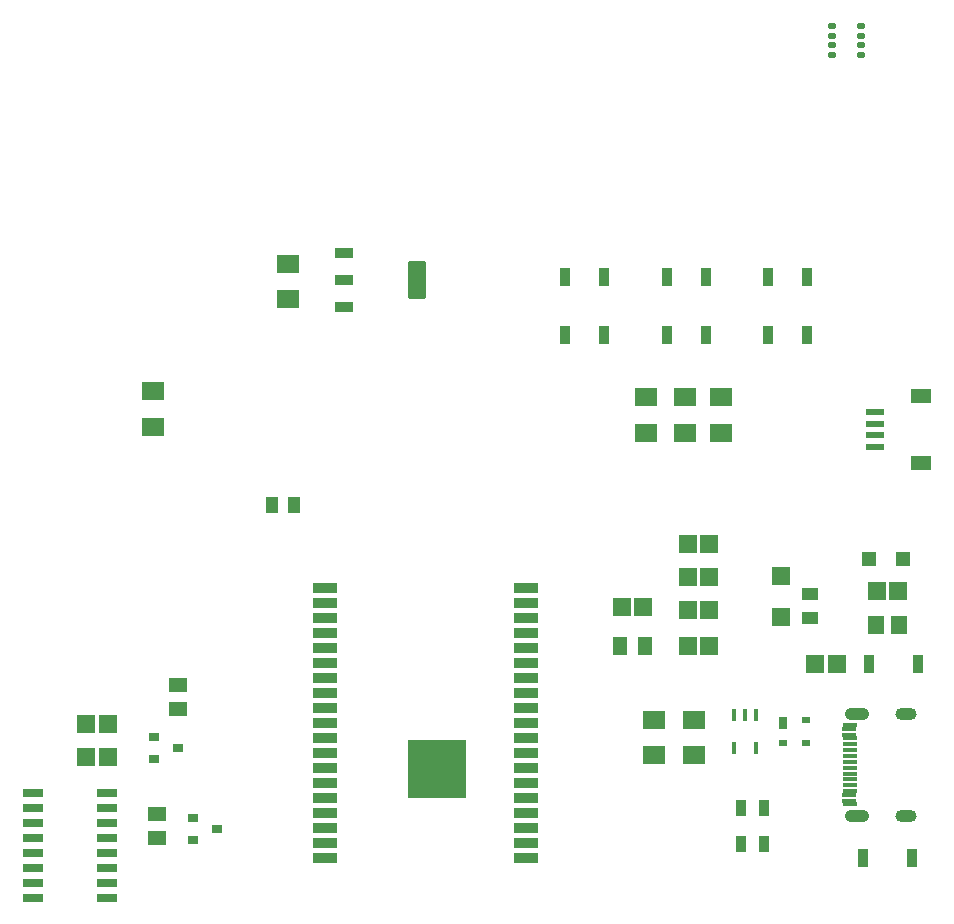
<source format=gbr>
%TF.GenerationSoftware,Altium Limited,Altium Designer,24.3.1 (35)*%
G04 Layer_Color=8421504*
%FSLAX45Y45*%
%MOMM*%
%TF.SameCoordinates,335D41A4-EFD6-4B0F-B868-2B534B1C8AB3*%
%TF.FilePolarity,Positive*%
%TF.FileFunction,Paste,Top*%
%TF.Part,Single*%
G01*
G75*
%TA.AperFunction,SMDPad,CuDef*%
%ADD10R,1.90620X1.50464*%
%ADD11R,0.95000X1.45000*%
%TA.AperFunction,ConnectorPad*%
%ADD12R,1.15000X0.30000*%
%TA.AperFunction,SMDPad,CuDef*%
G04:AMPARAMS|DCode=13|XSize=0.6858mm|YSize=0.5mm|CornerRadius=0.0625mm|HoleSize=0mm|Usage=FLASHONLY|Rotation=0.000|XOffset=0mm|YOffset=0mm|HoleType=Round|Shape=RoundedRectangle|*
%AMROUNDEDRECTD13*
21,1,0.68580,0.37500,0,0,0.0*
21,1,0.56080,0.50000,0,0,0.0*
1,1,0.12500,0.28040,-0.18750*
1,1,0.12500,-0.28040,-0.18750*
1,1,0.12500,-0.28040,0.18750*
1,1,0.12500,0.28040,0.18750*
%
%ADD13ROUNDEDRECTD13*%
G04:AMPARAMS|DCode=14|XSize=0.9mm|YSize=1.45mm|CornerRadius=0.0495mm|HoleSize=0mm|Usage=FLASHONLY|Rotation=90.000|XOffset=0mm|YOffset=0mm|HoleType=Round|Shape=RoundedRectangle|*
%AMROUNDEDRECTD14*
21,1,0.90000,1.35100,0,0,90.0*
21,1,0.80100,1.45000,0,0,90.0*
1,1,0.09900,0.67550,0.40050*
1,1,0.09900,0.67550,-0.40050*
1,1,0.09900,-0.67550,-0.40050*
1,1,0.09900,-0.67550,0.40050*
%
%ADD14ROUNDEDRECTD14*%
G04:AMPARAMS|DCode=15|XSize=3.15mm|YSize=1.45mm|CornerRadius=0.05075mm|HoleSize=0mm|Usage=FLASHONLY|Rotation=90.000|XOffset=0mm|YOffset=0mm|HoleType=Round|Shape=RoundedRectangle|*
%AMROUNDEDRECTD15*
21,1,3.15000,1.34850,0,0,90.0*
21,1,3.04850,1.45000,0,0,90.0*
1,1,0.10150,0.67425,1.52425*
1,1,0.10150,0.67425,-1.52425*
1,1,0.10150,-0.67425,-1.52425*
1,1,0.10150,-0.67425,1.52425*
%
%ADD15ROUNDEDRECTD15*%
%ADD16R,1.50000X1.55000*%
%ADD17R,1.50000X1.50000*%
%ADD18R,1.55000X1.55000*%
%ADD19R,1.25000X1.22000*%
%ADD20R,0.95000X1.50000*%
%ADD21R,0.90000X1.50000*%
%ADD22R,0.90000X0.80000*%
%ADD23R,1.35000X1.00000*%
%ADD24R,1.80000X0.64000*%
%ADD25R,1.40000X1.55000*%
%ADD26R,1.25000X1.55000*%
%ADD27R,1.55000X1.25000*%
%ADD28R,0.43180X1.13030*%
%ADD29R,1.05000X1.45000*%
%ADD30R,5.00000X5.00000*%
%ADD31R,2.00000X0.90000*%
%ADD32R,0.70000X1.00000*%
%ADD33R,0.70000X0.60000*%
%ADD34R,1.55000X0.60000*%
%ADD35R,1.80000X1.20000*%
%TA.AperFunction,OtherPad,Pad USB-C1-S2 (108.89mm,39.624mm)*%
G04:AMPARAMS|DCode=88|XSize=1mm|YSize=2.1mm|CornerRadius=0.5mm|HoleSize=0mm|Usage=FLASHONLY|Rotation=90.000|XOffset=0mm|YOffset=0mm|HoleType=Round|Shape=RoundedRectangle|*
%AMROUNDEDRECTD88*
21,1,1.00000,1.10000,0,0,90.0*
21,1,0.00000,2.10000,0,0,90.0*
1,1,1.00000,0.55000,0.00000*
1,1,1.00000,0.55000,0.00000*
1,1,1.00000,-0.55000,0.00000*
1,1,1.00000,-0.55000,0.00000*
%
%ADD88ROUNDEDRECTD88*%
%TA.AperFunction,OtherPad,Pad USB-C1-S2 (108.89mm,48.26mm)*%
G04:AMPARAMS|DCode=89|XSize=1mm|YSize=2.1mm|CornerRadius=0.5mm|HoleSize=0mm|Usage=FLASHONLY|Rotation=90.000|XOffset=0mm|YOffset=0mm|HoleType=Round|Shape=RoundedRectangle|*
%AMROUNDEDRECTD89*
21,1,1.00000,1.10000,0,0,90.0*
21,1,0.00000,2.10000,0,0,90.0*
1,1,1.00000,0.55000,0.00000*
1,1,1.00000,0.55000,0.00000*
1,1,1.00000,-0.55000,0.00000*
1,1,1.00000,-0.55000,0.00000*
%
%ADD89ROUNDEDRECTD89*%
%TA.AperFunction,OtherPad,Pad USB-C1-S1 (113.106mm,39.624mm)*%
G04:AMPARAMS|DCode=90|XSize=1mm|YSize=1.8mm|CornerRadius=0.5mm|HoleSize=0mm|Usage=FLASHONLY|Rotation=90.000|XOffset=0mm|YOffset=0mm|HoleType=Round|Shape=RoundedRectangle|*
%AMROUNDEDRECTD90*
21,1,1.00000,0.80000,0,0,90.0*
21,1,0.00000,1.80000,0,0,90.0*
1,1,1.00000,0.40000,0.00000*
1,1,1.00000,0.40000,0.00000*
1,1,1.00000,-0.40000,0.00000*
1,1,1.00000,-0.40000,0.00000*
%
%ADD90ROUNDEDRECTD90*%
%TA.AperFunction,OtherPad,Pad USB-C1-S1 (113.081mm,48.26mm)*%
G04:AMPARAMS|DCode=91|XSize=1mm|YSize=1.8mm|CornerRadius=0.5mm|HoleSize=0mm|Usage=FLASHONLY|Rotation=90.000|XOffset=0mm|YOffset=0mm|HoleType=Round|Shape=RoundedRectangle|*
%AMROUNDEDRECTD91*
21,1,1.00000,0.80000,0,0,90.0*
21,1,0.00000,1.80000,0,0,90.0*
1,1,1.00000,0.40000,0.00000*
1,1,1.00000,0.40000,0.00000*
1,1,1.00000,-0.40000,0.00000*
1,1,1.00000,-0.40000,0.00000*
%
%ADD91ROUNDEDRECTD91*%
D10*
X9436100Y7503378D02*
D03*
Y7203222D02*
D03*
X9740900Y7503378D02*
D03*
Y7203222D02*
D03*
X9105900D02*
D03*
Y7503378D02*
D03*
X6070600Y8333522D02*
D03*
Y8633678D02*
D03*
X9512300Y4472722D02*
D03*
Y4772878D02*
D03*
X9169400D02*
D03*
Y4472722D02*
D03*
X4927600Y7554178D02*
D03*
Y7254022D02*
D03*
D11*
X9910100Y4025900D02*
D03*
X10105100D02*
D03*
X9910100Y3721100D02*
D03*
X10105100D02*
D03*
D12*
X10825000Y4699200D02*
D03*
Y4089200D02*
D03*
X10834400Y4729200D02*
D03*
X10828000Y4649200D02*
D03*
X10834400Y4169200D02*
D03*
Y4059200D02*
D03*
X10828000Y4139200D02*
D03*
X10834400Y4219200D02*
D03*
Y4269200D02*
D03*
Y4319200D02*
D03*
Y4369200D02*
D03*
Y4419200D02*
D03*
Y4469200D02*
D03*
Y4519200D02*
D03*
Y4569200D02*
D03*
Y4619200D02*
D03*
D13*
X10922000Y10646400D02*
D03*
Y10566400D02*
D03*
Y10486400D02*
D03*
Y10406400D02*
D03*
X10682000Y10404400D02*
D03*
Y10486400D02*
D03*
Y10566400D02*
D03*
Y10646400D02*
D03*
D14*
X6550503Y8726302D02*
D03*
Y8496300D02*
D03*
Y8266298D02*
D03*
D15*
X7165503Y8496300D02*
D03*
D16*
X8901598Y5727700D02*
D03*
X9081602D02*
D03*
X10719902Y5245100D02*
D03*
X10539898D02*
D03*
X9640402Y6261100D02*
D03*
X9460398D02*
D03*
X9640402Y5981700D02*
D03*
X9460398D02*
D03*
X9640402Y5702300D02*
D03*
X9460398D02*
D03*
D17*
X10248900Y5641599D02*
D03*
Y5991601D02*
D03*
D18*
X11058098Y5867400D02*
D03*
X11243102D02*
D03*
X4550202Y4737100D02*
D03*
X4365198D02*
D03*
X4550202Y4457700D02*
D03*
X4365198D02*
D03*
X9642902Y5397500D02*
D03*
X9457898D02*
D03*
D19*
X10990402Y6134100D02*
D03*
X11285398D02*
D03*
D20*
X11408898Y5243998D02*
D03*
X10993902D02*
D03*
X11358098Y3605698D02*
D03*
X10943102D02*
D03*
D21*
X8420200Y8035400D02*
D03*
X8750200D02*
D03*
Y8525400D02*
D03*
X8420200D02*
D03*
X9283800Y8035400D02*
D03*
X9613800D02*
D03*
Y8525400D02*
D03*
X9283800D02*
D03*
X10134700Y8035400D02*
D03*
X10464700D02*
D03*
Y8525400D02*
D03*
X10134700D02*
D03*
D22*
X4941900Y4628901D02*
D03*
Y4438899D02*
D03*
X5141900Y4533900D02*
D03*
X5272100Y3943101D02*
D03*
Y3753099D02*
D03*
X5472100Y3848100D02*
D03*
D23*
X10490200Y5640400D02*
D03*
Y5840400D02*
D03*
D24*
X4539600Y4152900D02*
D03*
Y4025900D02*
D03*
Y3898900D02*
D03*
Y3771900D02*
D03*
Y3644900D02*
D03*
Y3517900D02*
D03*
Y3390900D02*
D03*
Y3263900D02*
D03*
X3918600D02*
D03*
Y3390900D02*
D03*
Y3517900D02*
D03*
Y3644900D02*
D03*
Y3771900D02*
D03*
Y3898900D02*
D03*
Y4025900D02*
D03*
Y4152900D02*
D03*
D25*
X11055599Y5575300D02*
D03*
X11245601D02*
D03*
D26*
X8889101Y5397500D02*
D03*
X9094099D02*
D03*
D27*
X5143500Y4863202D02*
D03*
Y5068200D02*
D03*
X4965700Y3975999D02*
D03*
Y3771001D02*
D03*
D28*
X10039101Y4813300D02*
D03*
X9944100D02*
D03*
X9849099D02*
D03*
Y4535170D02*
D03*
X10039101D02*
D03*
D29*
X5939998Y6591300D02*
D03*
X6125002D02*
D03*
D30*
X7339899Y4356801D02*
D03*
D31*
X6389898Y3606800D02*
D03*
Y3733800D02*
D03*
Y3860800D02*
D03*
Y3987800D02*
D03*
Y4114800D02*
D03*
Y4241800D02*
D03*
Y4368800D02*
D03*
Y4495800D02*
D03*
Y4622800D02*
D03*
Y4749800D02*
D03*
Y4876800D02*
D03*
Y5003800D02*
D03*
Y5130800D02*
D03*
Y5257800D02*
D03*
Y5384800D02*
D03*
Y5511800D02*
D03*
Y5638800D02*
D03*
Y5765800D02*
D03*
Y5892800D02*
D03*
X8089900D02*
D03*
Y5765800D02*
D03*
Y5638800D02*
D03*
Y5511800D02*
D03*
Y5384800D02*
D03*
Y5257800D02*
D03*
Y5130800D02*
D03*
Y5003800D02*
D03*
Y4876800D02*
D03*
Y4749800D02*
D03*
Y4622800D02*
D03*
Y4495800D02*
D03*
Y4368800D02*
D03*
Y4241800D02*
D03*
Y4114800D02*
D03*
Y3987800D02*
D03*
Y3860800D02*
D03*
Y3733800D02*
D03*
Y3606800D02*
D03*
D32*
X10263200Y4748601D02*
D03*
D33*
Y4578599D02*
D03*
X10463200D02*
D03*
Y4768601D02*
D03*
D34*
X11048398Y7382802D02*
D03*
Y7282802D02*
D03*
Y7182802D02*
D03*
Y7082802D02*
D03*
D35*
X11435901Y6952800D02*
D03*
Y7512804D02*
D03*
D88*
X10888980Y3962400D02*
D03*
D89*
Y4826000D02*
D03*
D90*
X11310620Y3962400D02*
D03*
D91*
X11308080Y4826000D02*
D03*
%TF.MD5,133ab92d24a1e6c61b10f2d789f874b6*%
M02*

</source>
